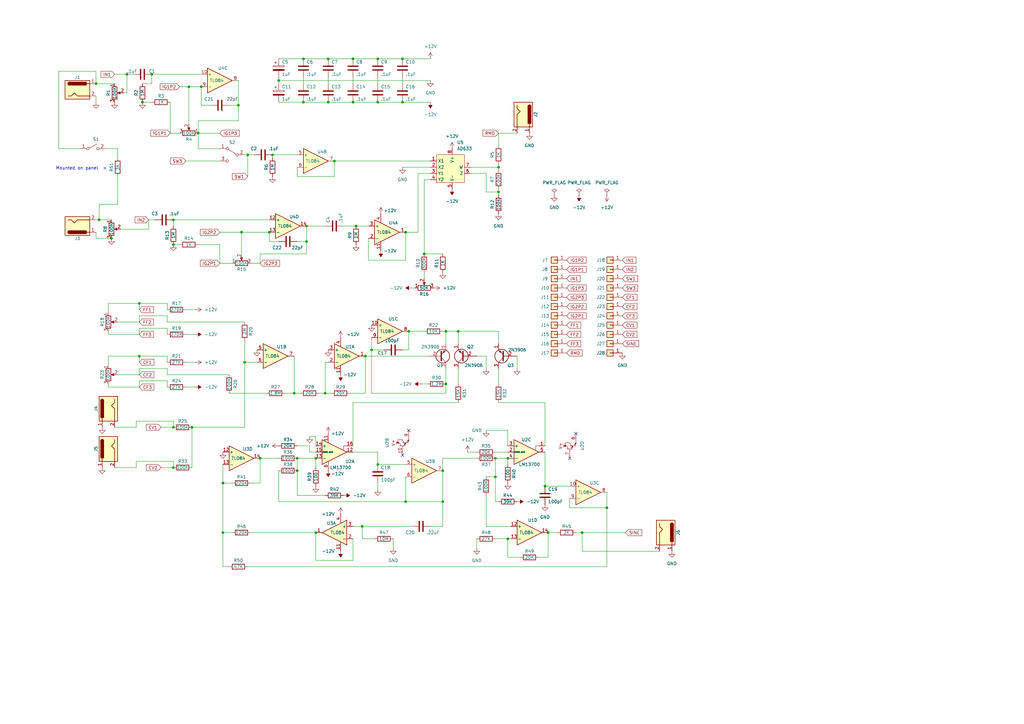
<source format=kicad_sch>
(kicad_sch (version 20211123) (generator eeschema)
  (paper "A3")
  (junction (at 224.79 218.44))
  (junction (at 62.23 30.48))
  (junction (at 82.55 35.56))
  (junction (at 45.72 97.79))
  (junction (at 204.47 78.74))
  (junction (at 71.12 90.17))
  (junction (at 182.88 135.89))
  (junction (at 106.68 187.96))
  (junction (at 223.52 199.39))
  (junction (at 129.54 218.44))
  (junction (at 204.47 68.58))
  (junction (at 97.79 43.18))
  (junction (at 71.12 100.33))
  (junction (at 58.42 41.91))
  (junction (at 52.07 30.48))
  (junction (at 248.92 208.28))
  (junction (at 125.73 99.06))
  (junction (at 133.35 161.29))
  (junction (at 101.6 63.5))
  (junction (at 149.86 146.05))
  (junction (at 39.37 34.29))
  (junction (at 137.16 66.04))
  (junction (at 120.65 161.29))
  (junction (at 165.1 41.91))
  (junction (at 129.54 187.96))
  (junction (at 111.76 63.5))
  (junction (at 125.73 92.71))
  (junction (at 166.37 205.74))
  (junction (at 91.44 218.44))
  (junction (at 71.12 191.77))
  (junction (at 173.99 104.14))
  (junction (at 134.62 41.91))
  (junction (at 203.2 195.58))
  (junction (at 57.15 146.05))
  (junction (at 99.06 95.25))
  (junction (at 78.74 175.26))
  (junction (at 208.28 187.96))
  (junction (at 152.4 143.51))
  (junction (at 238.76 218.44))
  (junction (at 167.64 135.89))
  (junction (at 144.78 24.13))
  (junction (at 181.61 193.04))
  (junction (at 77.47 35.56))
  (junction (at 134.62 24.13))
  (junction (at 208.28 220.98))
  (junction (at 114.3 33.02))
  (junction (at 146.05 92.71))
  (junction (at 121.92 193.04))
  (junction (at 144.78 41.91))
  (junction (at 110.49 95.25))
  (junction (at 71.12 175.26))
  (junction (at 100.33 148.59))
  (junction (at 154.94 24.13))
  (junction (at 187.96 135.89))
  (junction (at 121.92 187.96))
  (junction (at 154.94 190.5))
  (junction (at 203.2 187.96))
  (junction (at 154.94 41.91))
  (junction (at 57.15 124.46))
  (junction (at 124.46 41.91))
  (junction (at 91.44 198.12))
  (junction (at 148.59 215.9))
  (junction (at 181.61 205.74))
  (junction (at 40.64 90.17))
  (junction (at 165.1 24.13))
  (junction (at 81.28 54.61))
  (junction (at 166.37 95.25))
  (junction (at 182.88 157.48))
  (junction (at 124.46 24.13))
  (no_connect (at 233.68 187.96))
  (no_connect (at 236.22 177.8))
  (no_connect (at 167.64 176.53))
  (no_connect (at 165.1 186.69))
  (wire (pts (xy 124.46 24.13) (xy 134.62 24.13)))
  (wire (pts (xy 181.61 135.89) (xy 182.88 135.89)))
  (wire (pts (xy 57.15 132.08) (xy 57.15 129.54)))
  (wire (pts (xy 76.2 137.16) (xy 80.01 137.16)))
  (wire (pts (xy 203.2 187.96) (xy 208.28 187.96)))
  (wire (pts (xy 144.78 24.13) (xy 154.94 24.13)))
  (wire (pts (xy 57.15 151.13) (xy 68.58 151.13)))
  (wire (pts (xy 166.37 205.74) (xy 181.61 205.74)))
  (wire (pts (xy 91.44 190.5) (xy 91.44 198.12)))
  (wire (pts (xy 203.2 185.42) (xy 208.28 185.42)))
  (wire (pts (xy 68.58 124.46) (xy 68.58 127)))
  (wire (pts (xy 233.68 204.47) (xy 233.68 208.28)))
  (wire (pts (xy 66.04 175.26) (xy 71.12 175.26)))
  (wire (pts (xy 199.39 71.12) (xy 193.04 71.12)))
  (wire (pts (xy 58.42 34.29) (xy 62.23 34.29)))
  (wire (pts (xy 77.47 35.56) (xy 77.47 50.8)))
  (wire (pts (xy 68.58 158.75) (xy 68.58 156.21)))
  (wire (pts (xy 24.13 60.96) (xy 33.02 60.96)))
  (wire (pts (xy 199.39 215.9) (xy 199.39 203.2)))
  (wire (pts (xy 154.94 24.13) (xy 165.1 24.13)))
  (wire (pts (xy 57.15 129.54) (xy 68.58 129.54)))
  (wire (pts (xy 78.74 175.26) (xy 78.74 191.77)))
  (wire (pts (xy 120.65 161.29) (xy 123.19 161.29)))
  (wire (pts (xy 90.17 95.25) (xy 99.06 95.25)))
  (wire (pts (xy 208.28 220.98) (xy 208.28 228.6)))
  (wire (pts (xy 90.17 100.33) (xy 81.28 100.33)))
  (wire (pts (xy 204.47 151.13) (xy 204.47 157.48)))
  (wire (pts (xy 120.65 146.05) (xy 120.65 161.29)))
  (wire (pts (xy 199.39 146.05) (xy 199.39 151.13)))
  (wire (pts (xy 66.04 191.77) (xy 71.12 191.77)))
  (wire (pts (xy 165.1 31.75) (xy 165.1 34.29)))
  (wire (pts (xy 97.79 43.18) (xy 93.98 43.18)))
  (wire (pts (xy 99.06 95.25) (xy 99.06 104.14)))
  (wire (pts (xy 161.29 220.98) (xy 161.29 224.79)))
  (wire (pts (xy 106.68 104.14) (xy 125.73 104.14)))
  (wire (pts (xy 91.44 218.44) (xy 91.44 198.12)))
  (wire (pts (xy 134.62 24.13) (xy 144.78 24.13)))
  (wire (pts (xy 40.64 90.17) (xy 40.64 83.82)))
  (wire (pts (xy 82.55 35.56) (xy 82.55 43.18)))
  (wire (pts (xy 208.28 176.53) (xy 199.39 176.53)))
  (wire (pts (xy 95.25 218.44) (xy 91.44 218.44)))
  (wire (pts (xy 148.59 215.9) (xy 168.91 215.9)))
  (wire (pts (xy 204.47 78.74) (xy 204.47 80.01)))
  (wire (pts (xy 97.79 43.18) (xy 97.79 49.53)))
  (wire (pts (xy 114.3 33.02) (xy 114.3 34.29)))
  (wire (pts (xy 68.58 153.67) (xy 93.98 153.67)))
  (wire (pts (xy 223.52 185.42) (xy 223.52 199.39)))
  (wire (pts (xy 154.94 185.42) (xy 154.94 190.5)))
  (wire (pts (xy 55.88 175.26) (xy 55.88 172.72)))
  (wire (pts (xy 44.45 124.46) (xy 57.15 124.46)))
  (wire (pts (xy 40.64 90.17) (xy 45.72 90.17)))
  (wire (pts (xy 195.58 146.05) (xy 199.39 146.05)))
  (wire (pts (xy 111.76 63.5) (xy 111.76 64.77)))
  (wire (pts (xy 100.33 63.5) (xy 101.6 63.5)))
  (wire (pts (xy 154.94 198.12) (xy 154.94 200.66)))
  (wire (pts (xy 44.45 135.89) (xy 44.45 137.16)))
  (wire (pts (xy 154.94 41.91) (xy 165.1 41.91)))
  (wire (pts (xy 144.78 185.42) (xy 154.94 185.42)))
  (wire (pts (xy 44.45 157.48) (xy 44.45 158.75)))
  (wire (pts (xy 124.46 31.75) (xy 124.46 34.29)))
  (wire (pts (xy 48.26 64.77) (xy 48.26 60.96)))
  (wire (pts (xy 106.68 187.96) (xy 114.3 187.96)))
  (wire (pts (xy 52.07 38.1) (xy 52.07 30.48)))
  (wire (pts (xy 203.2 195.58) (xy 199.39 195.58)))
  (wire (pts (xy 238.76 226.06) (xy 270.51 226.06)))
  (wire (pts (xy 238.76 218.44) (xy 256.54 218.44)))
  (wire (pts (xy 166.37 205.74) (xy 166.37 195.58)))
  (wire (pts (xy 125.73 92.71) (xy 125.73 99.06)))
  (wire (pts (xy 204.47 54.61) (xy 212.09 54.61)))
  (wire (pts (xy 114.3 31.75) (xy 114.3 33.02)))
  (wire (pts (xy 173.99 104.14) (xy 181.61 104.14)))
  (wire (pts (xy 78.74 175.26) (xy 100.33 175.26)))
  (wire (pts (xy 152.4 161.29) (xy 182.88 161.29)))
  (wire (pts (xy 82.55 43.18) (xy 86.36 43.18)))
  (wire (pts (xy 121.92 193.04) (xy 121.92 203.2)))
  (wire (pts (xy 220.98 228.6) (xy 224.79 228.6)))
  (wire (pts (xy 134.62 148.59) (xy 133.35 148.59)))
  (wire (pts (xy 223.52 165.1) (xy 223.52 182.88)))
  (wire (pts (xy 44.45 158.75) (xy 57.15 158.75)))
  (wire (pts (xy 236.22 218.44) (xy 238.76 218.44)))
  (wire (pts (xy 101.6 63.5) (xy 101.6 72.39)))
  (wire (pts (xy 49.53 93.98) (xy 60.96 93.98)))
  (wire (pts (xy 40.64 83.82) (xy 48.26 83.82)))
  (wire (pts (xy 57.15 124.46) (xy 68.58 124.46)))
  (wire (pts (xy 39.37 34.29) (xy 46.99 34.29)))
  (wire (pts (xy 144.78 229.87) (xy 144.78 220.98)))
  (wire (pts (xy 137.16 66.04) (xy 176.53 66.04)))
  (wire (pts (xy 76.2 127) (xy 80.01 127)))
  (wire (pts (xy 68.58 156.21) (xy 57.15 156.21)))
  (wire (pts (xy 44.45 146.05) (xy 57.15 146.05)))
  (wire (pts (xy 166.37 106.68) (xy 166.37 95.25)))
  (wire (pts (xy 106.68 187.96) (xy 106.68 198.12)))
  (wire (pts (xy 149.86 146.05) (xy 175.26 146.05)))
  (wire (pts (xy 39.37 97.79) (xy 45.72 97.79)))
  (wire (pts (xy 121.92 187.96) (xy 129.54 187.96)))
  (wire (pts (xy 39.37 90.17) (xy 40.64 90.17)))
  (wire (pts (xy 181.61 205.74) (xy 181.61 215.9)))
  (wire (pts (xy 137.16 72.39) (xy 137.16 66.04)))
  (wire (pts (xy 199.39 78.74) (xy 204.47 78.74)))
  (wire (pts (xy 199.39 71.12) (xy 199.39 78.74)))
  (wire (pts (xy 129.54 185.42) (xy 127 185.42)))
  (wire (pts (xy 73.66 35.56) (xy 77.47 35.56)))
  (wire (pts (xy 60.96 90.17) (xy 63.5 90.17)))
  (wire (pts (xy 181.61 187.96) (xy 195.58 187.96)))
  (wire (pts (xy 52.07 30.48) (xy 54.61 30.48)))
  (wire (pts (xy 181.61 193.04) (xy 181.61 187.96)))
  (wire (pts (xy 134.62 41.91) (xy 144.78 41.91)))
  (wire (pts (xy 238.76 218.44) (xy 238.76 226.06)))
  (wire (pts (xy 182.88 135.89) (xy 187.96 135.89)))
  (wire (pts (xy 204.47 135.89) (xy 204.47 140.97)))
  (wire (pts (xy 68.58 134.62) (xy 68.58 137.16)))
  (wire (pts (xy 224.79 228.6) (xy 224.79 218.44)))
  (wire (pts (xy 100.33 139.7) (xy 100.33 148.59)))
  (wire (pts (xy 100.33 148.59) (xy 105.41 148.59)))
  (wire (pts (xy 191.77 185.42) (xy 195.58 185.42)))
  (wire (pts (xy 101.6 63.5) (xy 104.14 63.5)))
  (wire (pts (xy 203.2 187.96) (xy 203.2 195.58)))
  (wire (pts (xy 176.53 71.12) (xy 171.45 71.12)))
  (wire (pts (xy 44.45 149.86) (xy 44.45 146.05)))
  (wire (pts (xy 114.3 33.02) (xy 176.53 33.02)))
  (wire (pts (xy 181.61 215.9) (xy 176.53 215.9)))
  (wire (pts (xy 173.99 73.66) (xy 176.53 73.66)))
  (wire (pts (xy 76.2 148.59) (xy 80.01 148.59)))
  (wire (pts (xy 91.44 232.41) (xy 93.98 232.41)))
  (wire (pts (xy 71.12 189.23) (xy 71.12 191.77)))
  (wire (pts (xy 102.87 107.95) (xy 106.68 107.95)))
  (wire (pts (xy 62.23 30.48) (xy 62.23 34.29)))
  (wire (pts (xy 167.64 143.51) (xy 165.1 143.51)))
  (wire (pts (xy 76.2 158.75) (xy 80.01 158.75)))
  (wire (pts (xy 39.37 29.21) (xy 24.13 29.21)))
  (wire (pts (xy 248.92 208.28) (xy 248.92 201.93)))
  (wire (pts (xy 130.81 161.29) (xy 133.35 161.29)))
  (wire (pts (xy 71.12 90.17) (xy 110.49 90.17)))
  (wire (pts (xy 39.37 95.25) (xy 39.37 97.79)))
  (wire (pts (xy 165.1 68.58) (xy 176.53 68.58)))
  (wire (pts (xy 133.35 148.59) (xy 133.35 161.29)))
  (wire (pts (xy 55.88 191.77) (xy 55.88 189.23)))
  (wire (pts (xy 204.47 67.31) (xy 204.47 68.58)))
  (wire (pts (xy 62.23 30.48) (xy 82.55 30.48)))
  (wire (pts (xy 223.52 199.39) (xy 233.68 199.39)))
  (wire (pts (xy 48.26 83.82) (xy 48.26 72.39)))
  (wire (pts (xy 57.15 153.67) (xy 57.15 151.13)))
  (wire (pts (xy 68.58 148.59) (xy 68.58 146.05)))
  (wire (pts (xy 152.4 143.51) (xy 152.4 161.29)))
  (wire (pts (xy 154.94 190.5) (xy 166.37 190.5)))
  (wire (pts (xy 129.54 218.44) (xy 129.54 229.87)))
  (wire (pts (xy 71.12 90.17) (xy 71.12 92.71)))
  (wire (pts (xy 121.92 203.2) (xy 133.35 203.2)))
  (wire (pts (xy 68.58 151.13) (xy 68.58 153.67)))
  (wire (pts (xy 69.85 54.61) (xy 73.66 54.61)))
  (wire (pts (xy 55.88 189.23) (xy 71.12 189.23)))
  (wire (pts (xy 153.67 220.98) (xy 148.59 220.98)))
  (wire (pts (xy 148.59 220.98) (xy 148.59 215.9)))
  (wire (pts (xy 165.1 41.91) (xy 176.53 41.91)))
  (wire (pts (xy 57.15 158.75) (xy 57.15 156.21)))
  (wire (pts (xy 46.99 191.77) (xy 55.88 191.77)))
  (wire (pts (xy 187.96 135.89) (xy 187.96 140.97)))
  (wire (pts (xy 208.28 220.98) (xy 209.55 220.98)))
  (wire (pts (xy 121.92 72.39) (xy 137.16 72.39)))
  (wire (pts (xy 114.3 205.74) (xy 166.37 205.74)))
  (wire (pts (xy 120.65 161.29) (xy 116.84 161.29)))
  (wire (pts (xy 129.54 229.87) (xy 144.78 229.87)))
  (wire (pts (xy 125.73 99.06) (xy 121.92 99.06)))
  (wire (pts (xy 39.37 39.37) (xy 39.37 41.91)))
  (wire (pts (xy 68.58 132.08) (xy 100.33 132.08)))
  (wire (pts (xy 71.12 172.72) (xy 71.12 175.26)))
  (wire (pts (xy 57.15 146.05) (xy 68.58 146.05)))
  (wire (pts (xy 167.64 135.89) (xy 173.99 135.89)))
  (wire (pts (xy 149.86 146.05) (xy 149.86 161.29)))
  (wire (pts (xy 90.17 100.33) (xy 90.17 107.95)))
  (wire (pts (xy 146.05 92.71) (xy 151.13 92.71)))
  (wire (pts (xy 76.2 66.04) (xy 90.17 66.04)))
  (wire (pts (xy 111.76 63.5) (xy 121.92 63.5)))
  (wire (pts (xy 114.3 193.04) (xy 114.3 205.74)))
  (wire (pts (xy 99.06 95.25) (xy 110.49 95.25)))
  (wire (pts (xy 55.88 172.72) (xy 71.12 172.72)))
  (wire (pts (xy 134.62 31.75) (xy 134.62 34.29)))
  (wire (pts (xy 46.99 30.48) (xy 52.07 30.48)))
  (wire (pts (xy 91.44 198.12) (xy 95.25 198.12)))
  (wire (pts (xy 69.85 41.91) (xy 69.85 54.61)))
  (wire (pts (xy 81.28 60.96) (xy 81.28 54.61)))
  (wire (pts (xy 233.68 208.28) (xy 248.92 208.28)))
  (wire (pts (xy 171.45 95.25) (xy 166.37 95.25)))
  (wire (pts (xy 212.09 151.13) (xy 212.09 146.05)))
  (wire (pts (xy 114.3 41.91) (xy 124.46 41.91)))
  (wire (pts (xy 97.79 49.53) (xy 81.28 49.53)))
  (wire (pts (xy 187.96 165.1) (xy 144.78 165.1)))
  (wire (pts (xy 100.33 175.26) (xy 100.33 148.59)))
  (wire (pts (xy 204.47 54.61) (xy 204.47 59.69)))
  (wire (pts (xy 127 182.88) (xy 121.92 182.88)))
  (wire (pts (xy 152.4 143.51) (xy 157.48 143.51)))
  (wire (pts (xy 57.15 137.16) (xy 57.15 134.62)))
  (wire (pts (xy 44.45 128.27) (xy 44.45 124.46)))
  (wire (pts (xy 102.87 218.44) (xy 129.54 218.44)))
  (wire (pts (xy 173.99 73.66) (xy 173.99 104.14)))
  (wire (pts (xy 209.55 215.9) (xy 199.39 215.9)))
  (wire (pts (xy 203.2 195.58) (xy 203.2 205.74)))
  (wire (pts (xy 182.88 161.29) (xy 182.88 157.48)))
  (wire (pts (xy 171.45 71.12) (xy 171.45 95.25)))
  (wire (pts (xy 170.18 118.11) (xy 168.91 118.11)))
  (wire (pts (xy 24.13 29.21) (xy 24.13 60.96)))
  (wire (pts (xy 81.28 54.61) (xy 90.17 54.61)))
  (wire (pts (xy 57.15 134.62) (xy 68.58 134.62)))
  (wire (pts (xy 208.28 187.96) (xy 208.28 190.5)))
  (wire (pts (xy 144.78 41.91) (xy 154.94 41.91)))
  (wire (pts (xy 124.46 41.91) (xy 134.62 41.91)))
  (wire (pts (xy 125.73 92.71) (xy 133.35 92.71)))
  (wire (pts (xy 90.17 107.95) (xy 95.25 107.95)))
  (wire (pts (xy 187.96 151.13) (xy 187.96 157.48)))
  (wire (pts (xy 151.13 97.79) (xy 151.13 106.68)))
  (wire (pts (xy 204.47 165.1) (xy 223.52 165.1)))
  (wire (pts (xy 110.49 95.25) (xy 110.49 99.06)))
  (wire (pts (xy 187.96 135.89) (xy 204.47 135.89)))
  (wire (pts (xy 127 185.42) (xy 127 182.88)))
  (wire (pts (xy 46.99 175.26) (xy 55.88 175.26)))
  (wire (pts (xy 165.1 24.13) (xy 176.53 24.13)))
  (wire (pts (xy 44.45 137.16) (xy 57.15 137.16)))
  (wire (pts (xy 129.54 179.07) (xy 129.54 182.88)))
  (wire (pts (xy 144.78 31.75) (xy 144.78 34.29)))
  (wire (pts (xy 48.26 132.08) (xy 57.15 132.08)))
  (wire (pts (xy 57.15 148.59) (xy 57.15 146.05)))
  (wire (pts (xy 39.37 34.29) (xy 39.37 29.21)))
  (wire (pts (xy 203.2 205.74) (xy 204.47 205.74)))
  (wire (pts (xy 101.6 232.41) (xy 248.92 232.41)))
  (wire (pts (xy 133.35 161.29) (xy 135.89 161.29)))
  (wire (pts (xy 182.88 151.13) (xy 182.88 157.48)))
  (wire (pts (xy 106.68 107.95) (xy 106.68 104.14)))
  (wire (pts (xy 127 179.07) (xy 129.54 179.07)))
  (wire (pts (xy 71.12 100.33) (xy 73.66 100.33)))
  (wire (pts (xy 110.49 99.06) (xy 114.3 99.06)))
  (wire (pts (xy 58.42 41.91) (xy 62.23 41.91)))
  (wire (pts (xy 60.96 93.98) (xy 60.96 90.17)))
  (wire (pts (xy 68.58 129.54) (xy 68.58 132.08)))
  (wire (pts (xy 204.47 77.47) (xy 204.47 78.74)))
  (wire (pts (xy 167.64 135.89) (xy 167.64 143.51)))
  (wire (pts (xy 149.86 161.29) (xy 143.51 161.29)))
  (wire (pts (xy 77.47 35.56) (xy 82.55 35.56)))
  (wire (pts (xy 193.04 68.58) (xy 204.47 68.58)))
  (wire (pts (xy 181.61 193.04) (xy 181.61 205.74)))
  (wire (pts (xy 97.79 33.02) (xy 97.79 43.18)))
  (wire (pts (xy 154.94 31.75) (xy 154.94 34.29)))
  (wire (pts (xy 140.97 92.71) (xy 146.05 92.71)))
  (wire (pts (xy 195.58 220.98) (xy 195.58 224.79)))
  (wire (pts (xy 48.26 153.67) (xy 57.15 153.67)))
  (wire (pts (xy 144.78 215.9) (xy 148.59 215.9)))
  (wire (pts (xy 172.72 157.48) (xy 175.26 157.48)))
  (wire (pts (xy 173.99 111.76) (xy 173.99 114.3)))
  (wire (pts (xy 57.15 127) (xy 57.15 124.46)))
  (wire (pts (xy 114.3 24.13) (xy 124.46 24.13)))
  (wire (pts (xy 152.4 138.43) (xy 152.4 143.51)))
  (wire (pts (xy 90.17 60.96) (xy 81.28 60.96)))
  (wire (pts (xy 91.44 218.44) (xy 91.44 232.41)))
  (wire (pts (xy 81.28 49.53) (xy 81.28 54.61)))
  (wire (pts (xy 121.92 68.58) (xy 121.92 72.39)))
  (wire (pts (xy 203.2 220.98) (xy 208.28 220.98)))
  (wire (pts (xy 121.92 187.96) (xy 121.92 193.04)))
  (wire (pts (xy 125.73 104.14) (xy 125.73 99.06)))
  (wire (pts (xy 102.87 198.12) (xy 106.68 198.12)))
  (wire (pts (xy 182.88 135.89) (xy 182.88 140.97)))
  (wire (pts (xy 151.13 106.68) (xy 166.37 106.68)))
  (wire (pts (xy 208.28 228.6) (xy 213.36 228.6)))
  (wire (pts (xy 48.26 60.96) (xy 43.18 60.96)))
  (wire (pts (xy 50.8 38.1) (xy 52.07 38.1)))
  (wire (pts (xy 208.28 182.88) (xy 208.28 176.53)))
  (wire (pts (xy 224.79 218.44) (xy 228.6 218.44)))
  (wire (pts (xy 204.47 68.58) (xy 204.47 69.85)))
  (wire (pts (xy 93.98 161.29) (xy 109.22 161.29)))
  (wire (pts (xy 248.92 232.41) (xy 248.92 208.28)))
  (wire (pts (xy 144.78 165.1) (xy 144.78 182.88)))
  (wire (pts (xy 129.54 187.96) (xy 129.54 191.77)))
  (text "Mounted on panel  >" (at 22.86 69.85 0) (effects (font (size 1.27 1.27)) (justify left bottom)))
  (global_label "IG1P3" (shape input) (at 90.17 54.61 0) (property "Intersheet References" "${INTERSHEET_REFS}" (effects hide)))
  (global_label "CV1" (shape input) (at 255.27 133.35 0) (property "Intersheet References" "${INTERSHEET_REFS}" (effects hide)))
  (global_label "SINE" (shape input) (at 256.54 218.44 0) (property "Intersheet References" "${INTERSHEET_REFS}" (effects hide)))
  (global_label "CV1" (shape input) (at 66.04 175.26 180) (property "Intersheet References" "${INTERSHEET_REFS}" (effects hide)))
  (global_label "IN1" (shape input) (at 255.27 106.68 0) (property "Intersheet References" "${INTERSHEET_REFS}" (effects hide)))
  (global_label "IN2" (shape input) (at 255.27 110.49 0) (property "Intersheet References" "${INTERSHEET_REFS}" (effects hide)))
  (global_label "FF1" (shape input) (at 57.15 127 0) (property "Intersheet References" "${INTERSHEET_REFS}" (effects hide)))
  (global_label "CF3" (shape input) (at 255.27 129.54 0) (property "Intersheet References" "${INTERSHEET_REFS}" (effects hide)))
  (global_label "IG1P1" (shape input) (at 69.85 54.61 180) (property "Intersheet References" "${INTERSHEET_REFS}" (effects hide)))
  (global_label "IG1P1" (shape input) (at 232.41 110.49 0) (property "Intersheet References" "${INTERSHEET_REFS}" (effects hide)))
  (global_label "IG2P2" (shape input) (at 90.17 95.25 180) (property "Intersheet References" "${INTERSHEET_REFS}" (effects hide)))
  (global_label "SW1" (shape input) (at 255.27 114.3 0) (property "Intersheet References" "${INTERSHEET_REFS}" (effects hide)))
  (global_label "IG1P2" (shape input) (at 232.41 106.68 0) (property "Intersheet References" "${INTERSHEET_REFS}" (effects hide)))
  (global_label "IN2" (shape input) (at 60.96 90.17 180) (property "Intersheet References" "${INTERSHEET_REFS}" (effects hide)))
  (global_label "CF1" (shape input) (at 255.27 121.92 0) (property "Intersheet References" "${INTERSHEET_REFS}" (effects hide)))
  (global_label "CF1" (shape input) (at 57.15 148.59 0) (property "Intersheet References" "${INTERSHEET_REFS}" (effects hide)))
  (global_label "FF3" (shape input) (at 232.41 140.97 0) (property "Intersheet References" "${INTERSHEET_REFS}" (effects hide)))
  (global_label "CF3" (shape input) (at 57.15 158.75 0) (property "Intersheet References" "${INTERSHEET_REFS}" (effects hide)))
  (global_label "RMD" (shape input) (at 204.47 54.61 180) (property "Intersheet References" "${INTERSHEET_REFS}" (effects hide)))
  (global_label "FF3" (shape input) (at 57.15 137.16 0) (property "Intersheet References" "${INTERSHEET_REFS}" (effects hide)))
  (global_label "CF2" (shape input) (at 57.15 153.67 0) (property "Intersheet References" "${INTERSHEET_REFS}" (effects hide)))
  (global_label "SINE" (shape input) (at 255.27 140.97 0) (property "Intersheet References" "${INTERSHEET_REFS}" (effects hide)))
  (global_label "FF2" (shape input) (at 232.41 137.16 0) (property "Intersheet References" "${INTERSHEET_REFS}" (effects hide)))
  (global_label "SW1" (shape input) (at 101.6 72.39 180) (property "Intersheet References" "${INTERSHEET_REFS}" (effects hide)))
  (global_label "CF2" (shape input) (at 255.27 125.73 0) (property "Intersheet References" "${INTERSHEET_REFS}" (effects hide)))
  (global_label "FF2" (shape input) (at 57.15 132.08 0) (property "Intersheet References" "${INTERSHEET_REFS}" (effects hide)))
  (global_label "RMD" (shape input) (at 232.41 144.78 0) (property "Intersheet References" "${INTERSHEET_REFS}" (effects hide)))
  (global_label "CV2" (shape input) (at 66.04 191.77 180) (property "Intersheet References" "${INTERSHEET_REFS}" (effects hide)))
  (global_label "IG1P3" (shape input) (at 232.41 118.11 0) (property "Intersheet References" "${INTERSHEET_REFS}" (effects hide)))
  (global_label "SW3" (shape input) (at 255.27 118.11 0) (property "Intersheet References" "${INTERSHEET_REFS}" (effects hide)))
  (global_label "IN1" (shape input) (at 46.99 30.48 180) (property "Intersheet References" "${INTERSHEET_REFS}" (effects hide)))
  (global_label "FF1" (shape input) (at 232.41 133.35 0) (property "Intersheet References" "${INTERSHEET_REFS}" (effects hide)))
  (global_label "IG2P1" (shape input) (at 232.41 129.54 0) (property "Intersheet References" "${INTERSHEET_REFS}" (effects hide)))
  (global_label "IG1P2" (shape input) (at 73.66 35.56 180) (property "Intersheet References" "${INTERSHEET_REFS}" (effects hide)))
  (global_label "IG2P3" (shape input) (at 106.68 107.95 0) (property "Intersheet References" "${INTERSHEET_REFS}" (effects hide)))
  (global_label "IN1" (shape input) (at 232.41 114.3 0) (property "Intersheet References" "${INTERSHEET_REFS}" (effects hide)))
  (global_label "IG2P1" (shape input) (at 90.17 107.95 180) (property "Intersheet References" "${INTERSHEET_REFS}" (effects hide)))
  (global_label "IG2P2" (shape input) (at 232.41 125.73 0) (property "Intersheet References" "${INTERSHEET_REFS}" (effects hide)))
  (global_label "SW3" (shape input) (at 76.2 66.04 180) (property "Intersheet References" "${INTERSHEET_REFS}" (effects hide)))
  (global_label "IG2P3" (shape input) (at 232.41 121.92 0) (property "Intersheet References" "${INTERSHEET_REFS}" (effects hide)))
  (global_label "CV2" (shape input) (at 255.27 137.16 0) (property "Intersheet References" "${INTERSHEET_REFS}" (effects hide)))
  (symbol (lib_id "Device:R_Potentiometer") (at 173.99 118.11 90) (unit 1)
    (property "Reference" "R16" (at 173.99 120.65 90))
    (property "Value" "50K" (at 173.99 118.11 90))
  )
  (symbol (lib_id "Device:C") (at 154.94 27.94 0) (unit 1)
    (property "Reference" "C9" (at 156.21 25.4 0) (effects (justify left)))
    (property "Value" ".1uF" (at 156.21 30.48 0) (effects (justify left)))
  )
  (symbol (lib_id "power:GND") (at 71.12 100.33 0) (unit 1)
    (property "Reference" "#PWR0103" (effects hide))
    (property "Value" "GND" (effects hide))
  )
  (symbol (lib_id "power:GND") (at 176.53 33.02 0) (unit 1)
    (property "Reference" "#PWR0114" (effects hide))
    (property "Value" "GND" (at 176.53 38.1 0))
  )
  (symbol (lib_id "Amplifier_Operational:LM13700") (at 233.68 180.34 90) (unit 4)
    (property "Reference" "U2" (at 238.76 182.88 0))
    (property "Value" "LM13700" (effects hide))
    (property "Datasheet" "http://www.ti.com/lit/ds/symlink/lm13700.pdf" (effects hide))
  )
  (symbol (lib_id "Device:C") (at 161.29 143.51 90) (unit 1)
    (property "Reference" "C17" (at 158.75 144.78 90) (effects (justify left)))
    (property "Value" "100pF" (at 163.83 139.7 90) (effects (justify left)))
  )
  (symbol (lib_id "power:GND") (at 39.37 41.91 0) (unit 1)
    (property "Reference" "#PWR0106" (effects hide))
    (property "Value" "GND" (effects hide))
  )
  (symbol (lib_id "Transistor_BJT:2N3906") (at 207.01 146.05 180) (unit 1)
    (property "Reference" "Q3" (at 210.82 149.86 0) (effects (justify left)))
    (property "Value" "2N3906" (at 215.9 143.51 0) (effects (justify left)))
    (property "Footprint" "Package_TO_SOT_THT:TO-92_Inline" (effects hide))
    (property "Datasheet" "https://www.onsemi.com/pub/Collateral/2N3906-D.PDF" (effects hide))
  )
  (symbol (lib_id "Device:R_Potentiometer") (at 44.45 132.08 0) (unit 1) (on_board no)
    (property "Reference" "R18" (at 41.91 132.08 90))
    (property "Value" "100K" (at 44.45 132.08 90))
  )
  (symbol (lib_id "power:-12V") (at 168.91 118.11 90) (unit 1)
    (property "Reference" "#PWR0113" (effects hide))
    (property "Value" "-12V" (at 165.1 118.1099 90) (effects (justify left)))
  )
  (symbol (lib_id "power:GND") (at 255.27 144.78 0) (unit 1)
    (property "Reference" "#PWR0156" (effects hide))
    (property "Value" "GND" (at 255.27 149.86 0))
  )
  (symbol (lib_id "Device:R") (at 66.04 41.91 90) (unit 1)
    (property "Reference" "R3" (at 66.04 39.37 90))
    (property "Value" "1K" (at 66.04 41.91 90))
  )
  (symbol (lib_id "Connector_Generic:Conn_01x01") (at 227.33 110.49 0) (mirror y) (unit 1)
    (property "Reference" "J8" (at 223.52 110.49 0))
    (property "Value" "Conn_01x01" (effects hide))
  )
  (symbol (lib_id "Device:R") (at 118.11 187.96 90) (unit 1)
    (property "Reference" "R36" (at 118.11 185.42 90))
    (property "Value" "100K" (at 118.11 187.96 90))
  )
  (symbol (lib_id "power:GND") (at 161.29 224.79 0) (unit 1)
    (property "Reference" "#PWR0143" (effects hide))
    (property "Value" "GND" (at 161.29 229.87 0))
  )
  (symbol (lib_id "Device:R") (at 179.07 157.48 90) (unit 1)
    (property "Reference" "R30" (at 179.07 154.94 90))
    (property "Value" "1.2M" (at 179.07 157.48 90))
  )
  (symbol (lib_id "Connector_Generic:Conn_01x01") (at 250.19 118.11 0) (mirror y) (unit 1)
    (property "Reference" "J21" (at 246.38 118.11 0))
    (property "Value" "Conn_01x01" (effects hide))
  )
  (symbol (lib_id "Amplifier_Operational:TL084") (at 160.02 135.89 0) (unit 3)
    (property "Reference" "U1" (at 161.29 130.81 0))
    (property "Value" "TL084" (at 158.75 135.89 0))
    (property "Datasheet" "http://www.ti.com/lit/ds/symlink/tl081.pdf" (effects hide))
  )
  (symbol (lib_id "Connector_Generic:Conn_01x01") (at 250.19 110.49 0) (mirror y) (unit 1)
    (property "Reference" "J19" (at 246.38 110.49 0))
    (property "Value" "Conn_01x01" (effects hide))
  )
  (symbol (lib_id "power:GND") (at 227.33 80.01 0) (unit 1)
    (property "Reference" "#PWR0153" (effects hide))
    (property "Value" "GND" (at 227.33 85.09 0))
  )
  (symbol (lib_id "Device:R") (at 199.39 220.98 90) (unit 1)
    (property "Reference" "R48" (at 199.39 218.44 90))
    (property "Value" "27K" (at 199.39 220.98 90))
    (property "Footprint" "R29" (effects hide))
  )
  (symbol (lib_id "power:-12V") (at 156.21 102.87 0) (mirror x) (unit 1)
    (property "Reference" "#PWR0109" (effects hide))
    (property "Value" "-12V" (at 160.02 102.87 0))
  )
  (symbol (lib_name "LM13700_1") (lib_id "Amplifier_Operational:LM13700") (at 137.16 185.42 0) (unit 5)
    (property "Reference" "U2" (effects hide))
    (property "Value" "LM13700" (effects hide))
    (property "Datasheet" "http://www.ti.com/lit/ds/symlink/lm13700.pdf" (effects hide))
  )
  (symbol (lib_id "Amplifier_Operational:TL084") (at 241.3 201.93 0) (unit 3)
    (property "Reference" "U3" (at 243.84 198.12 0))
    (property "Value" "TL084" (at 240.03 201.93 0))
    (property "Datasheet" "http://www.ti.com/lit/ds/symlink/tl081.pdf" (effects hide))
  )
  (symbol (lib_id "Amplifier_Operational:TL084") (at 158.75 95.25 0) (unit 1)
    (property "Reference" "U4" (at 161.29 91.44 0))
    (property "Value" "TL084" (at 157.48 95.25 0))
    (property "Datasheet" "http://www.ti.com/lit/ds/symlink/tl081.pdf" (effects hide))
  )
  (symbol (lib_id "power:GND") (at 111.76 72.39 0) (unit 1)
    (property "Reference" "#PWR0101" (effects hide))
    (property "Value" "GND" (effects hide))
  )
  (symbol (lib_id "Amplifier_Operational:TL084") (at 99.06 187.96 0) (unit 4)
    (property "Reference" "U3" (at 101.6 184.15 0))
    (property "Value" "TL084" (at 97.79 187.96 0))
    (property "Datasheet" "http://www.ti.com/lit/ds/symlink/tl081.pdf" (effects hide))
  )
  (symbol (lib_id "Connector_Generic:Conn_01x01") (at 250.19 129.54 0) (mirror y) (unit 1)
    (property "Reference" "J24" (at 246.38 129.54 0))
    (property "Value" "Conn_01x01" (effects hide))
  )
  (symbol (lib_id "Device:C_Polarized") (at 114.3 27.94 0) (unit 1)
    (property "Reference" "C5" (at 115.57 25.4 0) (effects (justify left)))
    (property "Value" "1uF" (at 115.57 30.48 0) (effects (justify left)))
  )
  (symbol (lib_id "power:GND") (at 199.39 151.13 0) (unit 1)
    (property "Reference" "#PWR0151" (effects hide))
    (property "Value" "GND" (effects hide))
  )
  (symbol (lib_id "Device:R") (at 204.47 161.29 0) (mirror x) (unit 1)
    (property "Reference" "R32" (at 207.01 161.29 90))
    (property "Value" "15K" (at 204.47 161.29 90))
  )
  (symbol (lib_id "power:GND") (at 134.62 143.51 0) (unit 1)
    (property "Reference" "#PWR0145" (effects hide))
    (property "Value" "GND" (effects hide))
  )
  (symbol (lib_id "power:GND") (at 45.72 97.79 0) (unit 1)
    (property "Reference" "#PWR0102" (effects hide))
    (property "Value" "GND" (effects hide))
  )
  (symbol (lib_id "Device:R_Potentiometer") (at 99.06 107.95 90) (unit 1) (on_board no)
    (property "Reference" "R15" (at 99.06 110.49 90))
    (property "Value" "100K" (at 99.06 107.95 90))
  )
  (symbol (lib_id "power:GND") (at 154.94 200.66 0) (unit 1)
    (property "Reference" "#PWR0135" (effects hide))
    (property "Value" "GND" (effects hide))
  )
  (symbol (lib_id "Device:R") (at 71.12 96.52 180) (unit 1)
    (property "Reference" "R13" (at 68.58 96.52 90))
    (property "Value" "1M" (at 71.12 96.52 90))
  )
  (symbol (lib_id "Connector:Barrel_Jack") (at 273.05 218.44 270) (unit 1) (on_board no)
    (property "Reference" "J6" (at 278.13 218.44 0))
    (property "Value" "Barrel_Jack" (effects hide))
  )
  (symbol (lib_id "power:-12V") (at 139.7 153.67 0) (mirror x) (unit 1)
    (property "Reference" "#PWR0148" (effects hide))
    (property "Value" "-12V" (at 143.51 153.67 0))
  )
  (symbol (lib_id "Connector_Generic:Conn_01x01") (at 227.33 114.3 0) (mirror y) (unit 1)
    (property "Reference" "J9" (at 223.52 114.3 0))
    (property "Value" "Conn_01x01" (effects hide))
  )
  (symbol (lib_id "Device:R") (at 199.39 199.39 180) (unit 1)
    (property "Reference" "R43" (at 196.85 199.39 90))
    (property "Value" "100K" (at 199.39 199.39 90))
  )
  (symbol (lib_id "Connector:Barrel_Jack") (at 44.45 167.64 90) (mirror x) (unit 1) (on_board no)
    (property "Reference" "J4" (at 39.37 167.64 0))
    (property "Value" "Barrel_Jack" (effects hide))
  )
  (symbol (lib_id "Device:R") (at 217.17 228.6 90) (unit 1)
    (property "Reference" "R49" (at 217.17 226.06 90))
    (property "Value" "20K" (at 217.17 228.6 90))
  )
  (symbol (lib_id "Device:R") (at 77.47 100.33 90) (unit 1)
    (property "Reference" "R14" (at 77.47 97.79 90))
    (property "Value" "1K" (at 77.47 100.33 90))
  )
  (symbol (lib_id "Connector_Generic:Conn_01x01") (at 250.19 114.3 0) (mirror y) (unit 1)
    (property "Reference" "J20" (at 246.38 114.3 0))
    (property "Value" "Conn_01x01" (effects hide))
  )
  (symbol (lib_id "Device:R") (at 48.26 68.58 180) (unit 1)
    (property "Reference" "R51" (at 45.72 68.58 90))
    (property "Value" "3K" (at 48.26 68.58 90))
  )
  (symbol (lib_id "Device:R") (at 111.76 68.58 180) (unit 1)
    (property "Reference" "R6" (at 109.22 68.58 90))
    (property "Value" "1M" (at 111.76 68.58 90))
  )
  (symbol (lib_id "Device:R") (at 157.48 220.98 90) (unit 1)
    (property "Reference" "R47" (at 157.48 218.44 90))
    (property "Value" "10M" (at 157.48 220.98 90))
  )
  (symbol (lib_id "Switch:SW_SPST") (at 38.1 60.96 0) (unit 1) (on_board no)
    (property "Reference" "S1" (at 39.37 57.15 0))
    (property "Value" "SW_SPST" (effects hide))
  )
  (symbol (lib_id "Device:C") (at 144.78 38.1 0) (unit 1)
    (property "Reference" "C14" (at 146.05 35.56 0) (effects (justify left)))
    (property "Value" ".1uF" (at 146.05 40.64 0) (effects (justify left)))
  )
  (symbol (lib_id "Connector_Generic:Conn_01x01") (at 227.33 125.73 0) (mirror y) (unit 1)
    (property "Reference" "J12" (at 223.52 125.73 0))
    (property "Value" "Conn_01x01" (effects hide))
  )
  (symbol (lib_id "Amplifier_Operational:TL084") (at 142.24 146.05 0) (unit 1)
    (property "Reference" "U1" (at 143.51 142.24 0))
    (property "Value" "TL084" (at 140.97 146.05 0))
    (property "Datasheet" "http://www.ti.com/lit/ds/symlink/tl081.pdf" (effects hide))
  )
  (symbol (lib_id "power:+12V") (at 185.42 60.96 0) (unit 1)
    (property "Reference" "#PWR0119" (effects hide))
    (property "Value" "+12V" (at 185.42 55.88 0))
  )
  (symbol (lib_id "Connector:Barrel_Jack") (at 44.45 184.15 90) (mirror x) (unit 1) (on_board no)
    (property "Reference" "J5" (at 39.37 184.15 0))
    (property "Value" "Barrel_Jack" (effects hide))
  )
  (symbol (lib_id "power:-12V") (at 172.72 157.48 90) (unit 1)
    (property "Reference" "#PWR0150" (effects hide))
    (property "Value" "-12V" (at 168.91 157.4799 90) (effects (justify left)))
  )
  (symbol (lib_id "power:GND") (at 165.1 68.58 0) (unit 1)
    (property "Reference" "#PWR0107" (effects hide))
    (property "Value" "GND" (at 165.1 73.66 0))
  )
  (symbol (lib_id "power:+12V") (at 114.3 182.88 90) (unit 1)
    (property "Reference" "#PWR0136" (effects hide))
    (property "Value" "+12V" (at 110.49 182.8799 90) (effects (justify left)))
  )
  (symbol (lib_id "power:-12V") (at 80.01 137.16 270) (unit 1)
    (property "Reference" "#PWR0127" (effects hide))
    (property "Value" "-12V" (at 83.82 137.1599 90) (effects (justify left)))
  )
  (symbol (lib_id "power:-12V") (at 176.53 41.91 0) (mirror x) (unit 1)
    (property "Reference" "#PWR0120" (effects hide))
    (property "Value" "-12V" (at 176.53 46.99 0))
  )
  (symbol (lib_id "power:GND") (at 275.59 226.06 0) (unit 1)
    (property "Reference" "#PWR0122" (effects hide))
    (property "Value" "GND" (at 275.59 231.14 0))
  )
  (symbol (lib_id "Device:R") (at 118.11 193.04 90) (unit 1)
    (property "Reference" "R38" (at 118.11 190.5 90))
    (property "Value" "100K" (at 118.11 193.04 90))
  )
  (symbol (lib_id "Amplifier_Operational:TL084") (at 173.99 193.04 0) (unit 2)
    (property "Reference" "U3" (at 176.53 189.23 0))
    (property "Value" "TL084" (at 172.72 193.04 0))
    (property "Datasheet" "http://www.ti.com/lit/ds/symlink/tl081.pdf" (effects hide))
  )
  (symbol (lib_id "power:PWR_FLAG") (at 248.92 80.01 0) (unit 1)
    (property "Reference" "#FLG0104" (effects hide))
    (property "Value" "PWR_FLAG" (at 248.92 74.93 0))
  )
  (symbol (lib_id "Amplifier_Operational:TL084") (at 137.16 218.44 0) (mirror y) (unit 1)
    (property "Reference" "U3" (at 135.89 214.63 0))
    (property "Value" "TL084" (at 138.43 218.44 0))
    (property "Datasheet" "http://www.ti.com/lit/ds/symlink/tl081.pdf" (effects hide))
  )
  (symbol (lib_id "power:GND") (at 212.09 151.13 0) (unit 1)
    (property "Reference" "#PWR0152" (effects hide))
    (property "Value" "GND" (effects hide))
  )
  (symbol (lib_id "Device:R") (at 204.47 73.66 180) (unit 1)
    (property "Reference" "R7" (at 201.93 73.66 90))
    (property "Value" "100K" (at 204.47 73.66 90))
  )
  (symbol (lib_id "power:GND") (at 217.17 54.61 0) (unit 1)
    (property "Reference" "#PWR0117" (effects hide))
    (property "Value" "GND" (at 217.17 59.69 0))
  )
  (symbol (lib_id "Transistor_BJT:2N3906") (at 190.5 146.05 180) (unit 1)
    (property "Reference" "Q2" (at 194.31 142.24 0) (effects (justify left)))
    (property "Value" "2N3906" (at 198.12 149.86 0) (effects (justify left)))
    (property "Footprint" "Package_TO_SOT_THT:TO-92_Inline" (effects hide))
    (property "Datasheet" "https://www.onsemi.com/pub/Collateral/2N3906-D.PDF" (effects hide))
  )
  (symbol (lib_id "Connector_Generic:Conn_01x01") (at 227.33 133.35 0) (mirror y) (unit 1)
    (property "Reference" "J14" (at 223.52 133.35 0))
    (property "Value" "Conn_01x01" (effects hide))
  )
  (symbol (lib_id "Connector_Generic:Conn_01x01") (at 227.33 129.54 0) (mirror y) (unit 1)
    (property "Reference" "J13" (at 223.52 129.54 0))
    (property "Value" "Conn_01x01" (effects hide))
  )
  (symbol (lib_id "Device:R") (at 118.11 182.88 90) (unit 1)
    (property "Reference" "R34" (at 118.11 180.34 90))
    (property "Value" "20K" (at 118.11 182.88 90))
  )
  (symbol (lib_id "Device:R") (at 204.47 63.5 180) (unit 1)
    (property "Reference" "R5" (at 201.93 63.5 90))
    (property "Value" "1K" (at 204.47 63.5 90))
  )
  (symbol (lib_id "Amplifier_Operational:TL084") (at 90.17 33.02 0) (unit 3)
    (property "Reference" "U4" (at 91.44 27.94 0))
    (property "Value" "TL084" (at 88.9 33.02 0))
    (property "Datasheet" "http://www.ti.com/lit/ds/symlink/tl081.pdf" (effects hide))
  )
  (symbol (lib_id "Connector_Generic:Conn_01x01") (at 250.19 133.35 0) (mirror y) (unit 1)
    (property "Reference" "J25" (at 246.38 133.35 0))
    (property "Value" "Conn_01x01" (effects hide))
  )
  (symbol (lib_id "Device:C") (at 107.95 63.5 90) (unit 1)
    (property "Reference" "C2" (at 105.41 60.96 90) (effects (justify left)))
    (property "Value" ".1uF" (at 114.3 60.96 90) (effects (justify left)))
  )
  (symbol (lib_id "power:GND") (at 208.28 198.12 0) (unit 1)
    (property "Reference" "#PWR0138" (effects hide))
    (property "Value" "GND" (effects hide))
  )
  (symbol (lib_id "Device:R") (at 137.16 203.2 90) (unit 1)
    (property "Reference" "R42" (at 137.16 200.66 90))
    (property "Value" "39K" (at 137.16 203.2 90))
  )
  (symbol (lib_id "Device:C") (at 154.94 194.31 0) (unit 1)
    (property "Reference" "C18" (at 156.21 191.77 0) (effects (justify left)))
    (property "Value" "100pF" (at 156.21 196.85 0) (effects (justify left)))
  )
  (symbol (lib_id "power:+12V") (at 156.21 87.63 0) (unit 1)
    (property "Reference" "#PWR0110" (effects hide))
    (property "Value" "+12V" (at 160.02 86.36 0))
  )
  (symbol (lib_id "power:GND") (at 181.61 111.76 0) (unit 1)
    (property "Reference" "#PWR0112" (effects hide))
    (property "Value" "GND" (effects hide))
  )
  (symbol (lib_id "Device:R") (at 99.06 218.44 90) (unit 1)
    (property "Reference" "R46" (at 99.06 215.9 90))
    (property "Value" "120K" (at 99.06 218.44 90))
  )
  (symbol (lib_id "power:GND") (at 223.52 207.01 0) (unit 1)
    (property "Reference" "#PWR0121" (effects hide))
    (property "Value" "GND" (at 223.52 212.09 0))
  )
  (symbol (lib_name "TL084_2") (lib_id "Amplifier_Operational:TL084") (at 137.16 218.44 0) (mirror y) (unit 5)
    (property "Reference" "U3" (effects hide))
    (property "Value" "TL084" (effects hide))
    (property "Datasheet" "http://www.ti.com/lit/ds/symlink/tl081.pdf" (effects hide))
  )
  (symbol (lib_id "Device:C") (at 134.62 38.1 0) (unit 1)
    (property "Reference" "C13" (at 135.89 35.56 0) (effects (justify left)))
    (property "Value" ".1uF" (at 135.89 40.64 0) (effects (justify left)))
  )
  (symbol (lib_id "power:-12V") (at 185.42 77.47 0) (mirror x) (unit 1)
    (property "Reference" "#PWR0116" (effects hide))
    (property "Value" "-12V" (at 185.42 82.55 0))
  )
  (symbol (lib_id "Amplifier_Operational:TL084") (at 113.03 146.05 0) (unit 2)
    (property "Reference" "U1" (at 115.57 142.24 0))
    (property "Value" "TL084" (at 111.76 146.05 0))
    (property "Datasheet" "http://www.ti.com/lit/ds/symlink/tl081.pdf" (effects hide))
  )
  (symbol (lib_id "Connector_Generic:Conn_01x01") (at 227.33 140.97 0) (mirror y) (unit 1)
    (property "Reference" "J16" (at 223.52 140.97 0))
    (property "Value" "Conn_01x01" (effects hide))
  )
  (symbol (lib_id "Device:C") (at 144.78 27.94 0) (unit 1)
    (property "Reference" "C8" (at 146.05 25.4 0) (effects (justify left)))
    (property "Value" ".1uF" (at 146.05 30.48 0) (effects (justify left)))
  )
  (symbol (lib_id "Connector_Generic:Conn_01x01") (at 250.19 121.92 0) (mirror y) (unit 1)
    (property "Reference" "J22" (at 246.38 121.92 0))
    (property "Value" "Conn_01x01" (effects hide))
  )
  (symbol (lib_id "power:GND") (at 41.91 191.77 0) (unit 1)
    (property "Reference" "#PWR0124" (effects hide))
    (property "Value" "GND" (effects hide))
  )
  (symbol (lib_id "Device:R") (at 146.05 96.52 180) (unit 1)
    (property "Reference" "R9" (at 143.51 96.52 90))
    (property "Value" "1M" (at 146.05 96.52 90))
  )
  (symbol (lib_id "Transistor_BJT:2N3906") (at 180.34 146.05 0) (mirror x) (unit 1)
    (property "Reference" "Q1" (at 179.07 149.86 0) (effects (justify left)))
    (property "Value" "2N3906" (at 172.72 142.24 0) (effects (justify left)))
    (property "Footprint" "Package_TO_SOT_THT:TO-92_Inline" (effects hide))
    (property "Datasheet" "https://www.onsemi.com/pub/Collateral/2N3906-D.PDF" (effects hide))
  )
  (symbol (lib_id "power:+12V") (at 177.8 118.11 270) (unit 1)
    (property "Reference" "#PWR0111" (effects hide))
    (property "Value" "+12V" (at 181.61 118.1099 90) (effects (justify left)))
  )
  (symbol (lib_id "power:+12V") (at 80.01 127 270) (unit 1)
    (property "Reference" "#PWR0144" (effects hide))
    (property "Value" "+12V" (at 83.82 126.9999 90) (effects (justify left)))
  )
  (symbol (lib_id "power:-12V") (at 140.97 203.2 270) (mirror x) (unit 1)
    (property "Reference" "#PWR0134" (effects hide))
    (property "Value" "-12V" (at 147.32 203.2 90))
  )
  (symbol (lib_id "power:GND") (at 199.39 176.53 0) (unit 1)
    (property "Reference" "#PWR0139" (effects hide))
    (property "Value" "GND" (at 195.58 176.53 0))
  )
  (symbol (lib_id "power:GND") (at 127 179.07 0) (unit 1)
    (property "Reference" "#PWR0133" (effects hide))
    (property "Value" "GND" (effects hide))
  )
  (symbol (lib_id "power:GND") (at 91.44 185.42 0) (unit 1)
    (property "Reference" "#PWR0125" (effects hide))
    (property "Value" "GND" (effects hide))
  )
  (symbol (lib_id "Device:R") (at 208.28 205.74 90) (unit 1)
    (property "Reference" "R44" (at 208.28 203.2 90))
    (property "Value" "39K" (at 208.28 205.74 90))
  )
  (symbol (lib_id "power:GND") (at 129.54 199.39 0) (unit 1)
    (property "Reference" "#PWR0131" (effects hide))
    (property "Value" "GND" (effects hide))
  )
  (symbol (lib_id "Device:C_Polarized") (at 114.3 38.1 0) (unit 1)
    (property "Reference" "C11" (at 115.57 35.56 0) (effects (justify left)))
    (property "Value" "1uF" (at 115.57 40.64 0) (effects (justify left)))
  )
  (symbol (lib_id "power:+12V") (at 248.92 80.01 0) (mirror x) (unit 1)
    (property "Reference" "#PWR0155" (effects hide))
    (property "Value" "+12V" (at 248.92 85.09 0))
  )
  (symbol (lib_id "Connector:Barrel_Jack") (at 31.75 36.83 0) (unit 1) (on_board no)
    (property "Reference" "J1" (at 31.75 31.75 0))
    (property "Value" "Barrel_Jack" (effects hide))
  )
  (symbol (lib_id "Device:R") (at 199.39 187.96 90) (unit 1)
    (property "Reference" "R37" (at 199.39 190.5 90))
    (property "Value" "100K" (at 199.39 187.96 90))
  )
  (symbol (lib_id "Connector_Generic:Conn_01x01") (at 227.33 118.11 0) (mirror y) (unit 1)
    (property "Reference" "J10" (at 223.52 118.11 0))
    (property "Value" "Conn_01x01" (effects hide))
  )
  (symbol (lib_id "Device:R") (at 232.41 218.44 90) (unit 1)
    (property "Reference" "R45" (at 232.41 215.9 90))
    (property "Value" "2K" (at 232.41 218.44 90))
  )
  (symbol (lib_id "Device:R") (at 97.79 232.41 90) (unit 1)
    (property "Reference" "R50" (at 97.79 229.87 90))
    (property "Value" "47K" (at 97.79 232.41 90))
  )
  (symbol (lib_id "Device:R") (at 72.39 158.75 90) (unit 1)
    (property "Reference" "R24" (at 72.39 156.21 90))
    (property "Value" "27K" (at 72.39 158.75 90))
  )
  (symbol (lib_id "power:+12V") (at 191.77 185.42 0) (unit 1)
    (property "Reference" "#PWR0140" (effects hide))
    (property "Value" "+12V" (at 191.77 180.34 0))
  )
  (symbol (lib_id "Amplifier_Operational:TL084") (at 217.17 218.44 0) (unit 4)
    (property "Reference" "U1" (at 218.44 213.36 0))
    (property "Value" "TL084" (at 215.9 218.44 0))
    (property "Datasheet" "http://www.ti.com/lit/ds/symlink/tl081.pdf" (effects hide))
  )
  (symbol (lib_id "Device:C") (at 165.1 38.1 0) (unit 1)
    (property "Reference" "C16" (at 166.37 35.56 0) (effects (justify left)))
    (property "Value" ".1uF" (at 166.37 40.64 0) (effects (justify left)))
  )
  (symbol (lib_id "Device:C") (at 223.52 203.2 0) (unit 1)
    (property "Reference" "C19" (at 224.79 200.66 0) (effects (justify left)))
    (property "Value" "100pF" (at 224.79 205.74 0) (effects (justify left)))
  )
  (symbol (lib_id "Device:R") (at 58.42 38.1 180) (unit 1)
    (property "Reference" "R2" (at 55.88 38.1 90))
    (property "Value" "1M" (at 58.42 38.1 90))
  )
  (symbol (lib_id "Device:C") (at 165.1 27.94 0) (unit 1)
    (property "Reference" "C10" (at 166.37 25.4 0) (effects (justify left)))
    (property "Value" ".1uF" (at 166.37 30.48 0) (effects (justify left)))
  )
  (symbol (lib_id "Connector_Generic:Conn_01x01") (at 250.19 144.78 0) (mirror y) (unit 1)
    (property "Reference" "J28" (at 246.38 144.78 0))
    (property "Value" "Conn_01x01" (effects hide))
  )
  (symbol (lib_id "power:-12V") (at 80.01 158.75 270) (unit 1)
    (property "Reference" "#PWR0126" (effects hide))
    (property "Value" "-12V" (at 83.82 158.7499 90) (effects (justify left)))
  )
  (symbol (lib_id "Connector_Generic:Conn_01x01") (at 227.33 137.16 0) (mirror y) (unit 1)
    (property "Reference" "J15" (at 223.52 137.16 0))
    (property "Value" "Conn_01x01" (effects hide))
  )
  (symbol (lib_id "Device:C") (at 154.94 38.1 0) (unit 1)
    (property "Reference" "C15" (at 156.21 35.56 0) (effects (justify left)))
    (property "Value" ".1uF" (at 156.21 40.64 0) (effects (justify left)))
  )
  (symbol (lib_id "power:PWR_FLAG") (at 237.49 80.01 0) (unit 1)
    (property "Reference" "#FLG0103" (effects hide))
    (property "Value" "PWR_FLAG" (at 237.49 74.93 0))
  )
  (symbol (lib_id "Device:R") (at 173.99 107.95 180) (unit 1)
    (property "Reference" "R10" (at 171.45 107.95 90))
    (property "Value" "300K" (at 173.99 107.95 90))
  )
  (symbol (lib_id "Device:R") (at 72.39 127 90) (unit 1)
    (property "Reference" "R17" (at 72.39 124.46 90))
    (property "Value" "270K" (at 72.39 127 90))
  )
  (symbol (lib_id "Device:R_Potentiometer") (at 45.72 93.98 0) (unit 1) (on_board no)
    (property "Reference" "R8" (at 43.18 93.98 90))
    (property "Value" "100K" (at 45.72 93.98 90))
  )
  (symbol (lib_id "Device:R") (at 99.06 198.12 90) (unit 1)
    (property "Reference" "R41" (at 99.06 195.58 90))
    (property "Value" "220K" (at 99.06 198.12 90))
  )
  (symbol (lib_id "Connector:Barrel_Jack") (at 214.63 46.99 270) (unit 1) (on_board no)
    (property "Reference" "J2" (at 219.71 46.99 0))
    (property "Value" "Barrel_Jack" (effects hide))
  )
  (symbol (lib_id "power:GND") (at 146.05 100.33 0) (unit 1)
    (property "Reference" "#PWR0108" (effects hide))
    (property "Value" "GND" (effects hide))
  )
  (symbol (lib_id "Device:R") (at 199.39 185.42 90) (unit 1)
    (property "Reference" "R35" (at 199.39 182.88 90))
    (property "Value" "20K" (at 199.39 185.42 90))
  )
  (symbol (lib_id "Device:R") (at 127 161.29 90) (unit 1)
    (property "Reference" "R28" (at 127 158.75 90))
    (property "Value" "20K" (at 127 161.29 90))
  )
  (symbol (lib_id "Connector_Generic:Conn_01x01") (at 250.19 125.73 0) (mirror y) (unit 1)
    (property "Reference" "J23" (at 246.38 125.73 0))
    (property "Value" "Conn_01x01" (effects hide))
  )
  (symbol (lib_id "Device:R") (at 93.98 157.48 0) (unit 1)
    (property "Reference" "R26" (at 96.52 157.48 90))
    (property "Value" "100K" (at 93.98 157.48 90))
  )
  (symbol (lib_id "power:-12V") (at 237.49 80.01 0) (mirror x) (unit 1)
    (property "Reference" "#PWR0154" (effects hide))
    (property "Value" "-12V" (at 237.49 85.09 0))
  )
  (symbol (lib_id "Connector_Generic:Conn_01x01") (at 227.33 144.78 0) (mirror y) (unit 1)
    (property "Reference" "J17" (at 223.52 144.78 0))
    (property "Value" "Conn_01x01" (effects hide))
  )
  (symbol (lib_id "Device:C") (at 90.17 43.18 90) (unit 1)
    (property "Reference" "C21" (at 87.63 40.64 90) (effects (justify left)))
    (property "Value" "22pF" (at 97.79 40.64 90) (effects (justify left)))
  )
  (symbol (lib_id "Device:R") (at 187.96 161.29 0) (mirror x) (unit 1)
    (property "Reference" "R31" (at 190.5 161.29 90))
    (property "Value" "15K" (at 187.96 161.29 90))
  )
  (symbol (lib_id "Device:R") (at 181.61 107.95 180) (unit 1)
    (property "Reference" "R11" (at 179.07 107.95 90))
    (property "Value" "1K" (at 181.61 107.95 90))
  )
  (symbol (lib_name "TL084_1") (lib_id "Amplifier_Operational:TL084") (at 158.75 95.25 0) (unit 5)
    (property "Reference" "U4" (effects hide))
    (property "Value" "TL084" (effects hide))
    (property "Datasheet" "http://www.ti.com/lit/ds/symlink/tl081.pdf" (effects hide))
  )
  (symbol (lib_id "power:-12V") (at 212.09 205.74 270) (mirror x) (unit 1)
    (property "Reference" "#PWR0141" (effects hide))
    (property "Value" "-12V" (at 215.9 205.7399 90) (effects (justify left)))
  )
  (symbol (lib_id "Device:R") (at 139.7 161.29 90) (unit 1)
    (property "Reference" "R29" (at 139.7 158.75 90))
    (property "Value" "20K" (at 139.7 161.29 90))
  )
  (symbol (lib_id "Device:R_Potentiometer") (at 46.99 38.1 0) (unit 1) (on_board no)
    (property "Reference" "R1" (at 44.45 38.1 90))
    (property "Value" "100K" (at 46.99 38.1 90))
  )
  (symbol (lib_id "Device:C") (at 137.16 92.71 90) (unit 1)
    (property "Reference" "C4" (at 134.62 91.44 0) (effects (justify left)))
    (property "Value" ".1uF" (at 139.7 91.44 0) (effects (justify left)))
    (property "Footprint" "R9" (effects hide))
  )
  (symbol (lib_id "power:GND") (at 41.91 175.26 0) (unit 1)
    (property "Reference" "#PWR0123" (effects hide))
    (property "Value" "GND" (effects hide))
  )
  (symbol (lib_id "Device:R") (at 74.93 175.26 90) (unit 1)
    (property "Reference" "R25" (at 74.93 172.72 90))
    (property "Value" "100K" (at 74.93 175.26 90))
  )
  (symbol (lib_id "Device:R") (at 208.28 194.31 0) (unit 1)
    (property "Reference" "R40" (at 210.82 194.31 90))
    (property "Value" "100" (at 208.28 194.31 90))
  )
  (symbol (lib_id "Device:C") (at 124.46 38.1 0) (unit 1)
    (property "Reference" "C12" (at 125.73 35.56 0) (effects (justify left)))
    (property "Value" ".1uF" (at 125.73 40.64 0) (effects (justify left)))
  )
  (symbol (lib_id "Device:R") (at 129.54 195.58 180) (unit 1)
    (property "Reference" "R39" (at 127 195.58 90))
    (property "Value" "100" (at 129.54 195.58 90))
  )
  (symbol (lib_id "power:+12V") (at 134.62 177.8 0) (unit 1)
    (property "Reference" "#PWR0130" (effects hide))
    (property "Value" "+12V" (at 138.43 177.8 0))
  )
  (symbol (lib_id "power:GND") (at 204.47 87.63 0) (unit 1)
    (property "Reference" "#PWR0118" (effects hide))
    (property "Value" "GND" (at 204.47 92.71 0))
  )
  (symbol (lib_id "power:GND") (at 105.41 143.51 0) (unit 1)
    (property "Reference" "#PWR0146" (effects hide))
    (property "Value" "GND" (effects hide))
  )
  (symbol (lib_id "Device:C") (at 134.62 27.94 0) (unit 1)
    (property "Reference" "C7" (at 135.89 25.4 0) (effects (justify left)))
    (property "Value" ".1uF" (at 135.89 30.48 0) (effects (justify left)))
  )
  (symbol (lib_id "power:GND") (at 152.4 133.35 0) (unit 1)
    (property "Reference" "#PWR0149" (effects hide))
    (property "Value" "GND" (effects hide))
  )
  (symbol (lib_id "Device:R") (at 72.39 137.16 90) (unit 1)
    (property "Reference" "R19" (at 72.39 134.62 90))
    (property "Value" "270K" (at 72.39 137.16 90))
  )
  (symbol (lib_id "Amplifier_Operational:LM13700") (at 137.16 185.42 0) (mirror x) (unit 1)
    (property "Reference" "U2" (at 143.51 189.23 0))
    (property "Value" "LM13700" (at 139.7 191.77 0))
    (property "Datasheet" "http://www.ti.com/lit/ds/symlink/lm13700.pdf" (effects hide))
  )
  (symbol (lib_id "Device:R_Potentiometer") (at 77.47 54.61 270) (mirror x) (unit 1) (on_board no)
    (property "Reference" "R4" (at 77.47 57.15 90))
    (property "Value" "100K" (at 77.47 54.61 90))
  )
  (symbol (lib_id "Connector_Generic:Conn_01x01") (at 227.33 121.92 0) (mirror y) (unit 1)
    (property "Reference" "J11" (at 223.52 121.92 0))
    (property "Value" "Conn_01x01" (effects hide))
  )
  (symbol (lib_id "power:GND") (at 58.42 41.91 0) (unit 1)
    (property "Reference" "#PWR0104" (effects hide))
    (property "Value" "GND" (effects hide))
  )
  (symbol (lib_id "power:+12V") (at 176.53 24.13 0) (unit 1)
    (property "Reference" "#PWR0115" (effects hide))
    (property "Value" "+12V" (at 176.53 19.05 0))
  )
  (symbol (lib_id "Device:C") (at 172.72 215.9 90) (unit 1)
    (property "Reference" "C20" (at 170.18 218.44 90) (effects (justify left)))
    (property "Value" ".22uF" (at 180.34 218.44 90) (effects (justify left)))
  )
  (symbol (lib_id "Device:C") (at 124.46 27.94 0) (unit 1)
    (property "Reference" "C6" (at 125.73 25.4 0) (effects (justify left)))
    (property "Value" ".1uF" (at 125.73 30.48 0) (effects (justify left)))
  )
  (symbol (lib_id "Device:R") (at 72.39 148.59 90) (unit 1)
    (property "Reference" "R21" (at 72.39 146.05 90))
    (property "Value" "27K" (at 72.39 148.59 90))
  )
  (symbol (lib_id "Device:C") (at 67.31 90.17 90) (unit 1)
    (property "Reference" "C3" (at 64.77 87.63 90) (effects (justify left)))
    (property "Value" ".1uF" (at 73.66 87.63 90) (effects (justify left)))
  )
  (symbol (lib_id "dhk:AD633") (at 182.88 62.23 0) (unit 1)
    (property "Reference" "U5" (at 187.4394 58.42 0) (effects (justify left)))
    (property "Value" "AD633" (at 187.4394 60.96 0) (effects (justify left)))
  )
  (symbol (lib_id "Connector_Generic:Conn_01x01") (at 250.19 106.68 0) (mirror y) (unit 1)
    (property "Reference" "J18" (at 246.38 106.68 0))
    (property "Value" "Conn_01x01" (effects hide))
  )
  (symbol (lib_id "Amplifier_Operational:LM13700") (at 215.9 185.42 0) (mirror x) (unit 3)
    (property "Reference" "U2" (at 215.9 180.34 0))
    (property "Value" "LM13700" (at 217.17 190.5 0))
    (property "Datasheet" "http://www.ti.com/lit/ds/symlink/lm13700.pdf" (effects hide))
  )
  (symbol (lib_id "Connector_Generic:Conn_01x01") (at 250.19 137.16 0) (mirror y) (unit 1)
    (property "Reference" "J26" (at 246.38 137.16 0))
    (property "Value" "Conn_01x01" (effects hide))
  )
  (symbol (lib_id "Device:C") (at 118.11 99.06 90) (unit 1)
    (property "Reference" "C22" (at 115.57 101.6 90) (effects (justify left)))
    (property "Value" "22pF" (at 124.46 101.6 90) (effects (justify left)))
  )
  (symbol (lib_id "power:-12V") (at 139.7 226.06 0) (mirror x) (unit 1)
    (property "Reference" "#PWR0137" (effects hide))
    (property "Value" "-12V" (at 134.62 226.06 0))
  )
  (symbol (lib_id "Amplifier_Operational:LM13700") (at 165.1 179.07 90) (unit 2)
    (property "Reference" "U2" (at 158.75 181.61 0))
    (property "Value" "LM13700" (effects hide))
    (property "Datasheet" "http://www.ti.com/lit/ds/symlink/lm13700.pdf" (effects hide))
  )
  (symbol (lib_id "power:+12V") (at 139.7 210.82 0) (unit 1)
    (property "Reference" "#PWR0132" (effects hide))
    (property "Value" "+12V" (at 134.62 210.82 0))
  )
  (symbol (lib_name "TL084_3") (lib_id "Amplifier_Operational:TL084") (at 142.24 146.05 0) (unit 5)
    (property "Reference" "U1" (effects hide))
    (property "Value" "TL084" (effects hide))
    (property "Datasheet" "http://www.ti.com/lit/ds/symlink/tl081.pdf" (effects hide))
  )
  (symbol (lib_id "Amplifier_Operational:TL084") (at 118.11 92.71 0) (unit 4)
    (property "Reference" "U4" (at 120.65 88.9 0))
    (property "Value" "TL084" (at 116.84 92.71 0))
    (property "Datasheet" "http://www.ti.com/lit/ds/symlink/tl081.pdf" (effects hide))
  )
  (symbol (lib_id "Device:R") (at 177.8 135.89 90) (unit 1)
    (property "Reference" "R22" (at 177.8 133.35 90))
    (property "Value" "10K" (at 177.8 135.89 90))
  )
  (symbol (lib_id "Connector_Generic:Conn_01x01") (at 227.33 106.68 0) (mirror y) (unit 1)
    (property "Reference" "J7" (at 223.52 106.68 0))
    (property "Value" "Conn_01x01" (effects hide))
  )
  (symbol (lib_id "Device:R") (at 74.93 191.77 90) (unit 1)
    (property "Reference" "R33" (at 74.93 189.23 90))
    (property "Value" "100K" (at 74.93 191.77 90))
  )
  (symbol (lib_id "Connector:Barrel_Jack") (at 31.75 92.71 0) (mirror x) (unit 1) (on_board no)
    (property "Reference" "J3" (at 31.75 97.79 0))
    (property "Value" "Barrel_Jack" (effects hide))
  )
  (symbol (lib_id "Switch:SW_SPDT") (at 95.25 63.5 0) (mirror y) (unit 1) (on_board no)
    (property "Reference" "S2" (at 95.25 58.42 0))
    (property "Value" "SW_SPDT" (effects hide))
  )
  (symbol (lib_id "power:GND") (at 46.99 41.91 0) (unit 1)
    (property "Reference" "#PWR0105" (effects hide))
    (property "Value" "GND" (effects hide))
  )
  (symbol (lib_id "Connector_Generic:Conn_01x01") (at 250.19 140.97 0) (mirror y) (unit 1)
    (property "Reference" "J27" (at 246.38 140.97 0))
    (property "Value" "Conn_01x01" (effects hide))
  )
  (symbol (lib_id "power:GND") (at 195.58 224.79 0) (unit 1)
    (property "Reference" "#PWR0142" (effects hide))
    (property "Value" "GND" (at 195.58 229.87 0))
  )
  (symbol (lib_id "Device:R_Potentiometer") (at 44.45 153.67 0) (unit 1) (on_board no)
    (property "Reference" "R23" (at 41.91 153.67 90))
    (property "Value" "100K" (at 44.45 153.67 90))
  )
  (symbol (lib_id "Device:R") (at 113.03 161.29 90) (unit 1)
    (property "Reference" "R27" (at 113.03 158.75 90))
    (property "Value" "1.8M" (at 113.03 161.29 90))
  )
  (symbol (lib_id "Device:R") (at 100.33 135.89 0) (unit 1)
    (property "Reference" "R20" (at 102.87 135.89 90))
    (property "Value" "2M" (at 100.33 135.89 90))
  )
  (symbol (lib_id "power:-12V") (at 134.62 193.04 0) (mirror x) (unit 1)
    (property "Reference" "#PWR0129" (effects hide))
    (property "Value" "-12V" (at 138.43 194.31 0))
  )
  (symbol (lib_id "Amplifier_Operational:TL084") (at 129.54 66.04 0) (unit 2)
    (property "Reference" "U4" (at 132.08 62.23 0))
    (property "Value" "TL084" (at 128.27 66.04 0))
    (property "Datasheet" "http://www.ti.com/lit/ds/symlink/tl081.pdf" (effects hide))
  )
  (symbol (lib_id "Device:R") (at 204.47 83.82 180) (unit 1)
    (property "Reference" "R12" (at 201.93 83.82 90))
    (property "Value" "100K" (at 204.47 83.82 90))
  )
  (symbol (lib_id "Device:C") (at 58.42 30.48 270) (unit 1)
    (property "Reference" "C1" (at 60.96 29.21 90) (effects (justify left)))
    (property "Value" ".1uF" (at 52.07 29.21 90) (effects (justify left)))
  )
  (symbol (lib_id "power:PWR_FLAG") (at 227.33 80.01 0) (unit 1)
    (property "Reference" "#FLG0102" (effects hide))
    (property "Value" "PWR_FLAG" (at 227.33 74.93 0))
  )
  (symbol (lib_id "power:+12V") (at 80.01 148.59 270) (unit 1)
    (property "Reference" "#PWR0128" (effects hide))
    (property "Value" "+12V" (at 83.82 148.5899 90) (effects (justify left)))
  )
  (symbol (lib_id "power:+12V") (at 139.7 138.43 0) (unit 1)
    (property "Reference" "#PWR0147" (effects hide))
    (property "Value" "+12V" (at 144.78 137.16 0))
  )
)
</source>
